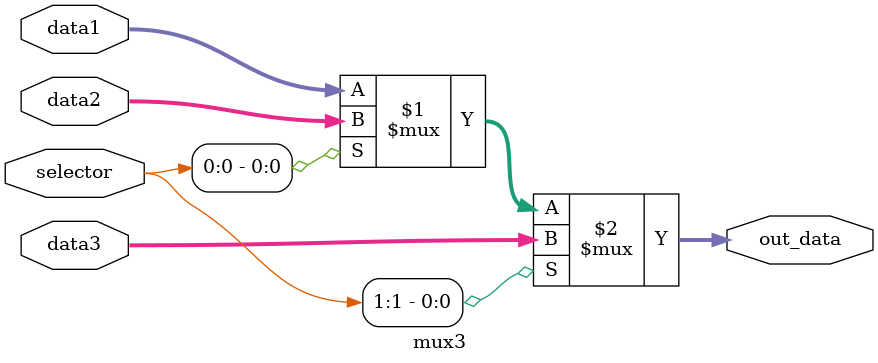
<source format=v>
module mux3 #(parameter width = 32)(
    input wire [width-1 : 0] data1, data2, data3,
    input wire [1:0] selector,

    output wire [width-1 : 0] out_data
    );

    assign out_data = selector[1]? data3 : (selector[0]? data2 : data1);
endmodule
</source>
